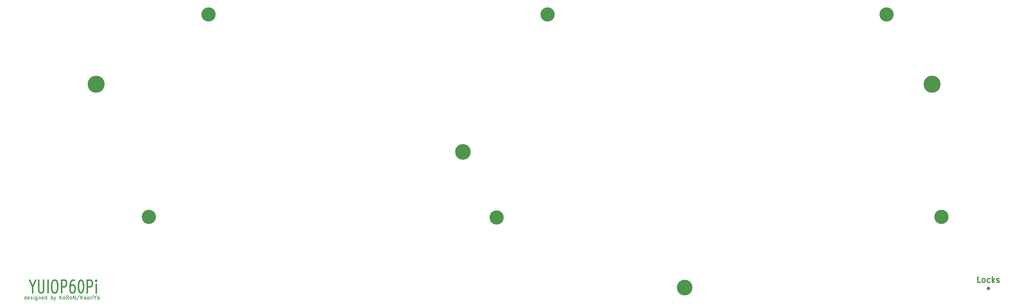
<source format=gbr>
%TF.GenerationSoftware,KiCad,Pcbnew,(5.1.9)-1*%
%TF.CreationDate,2021-10-01T21:54:58+09:00*%
%TF.ProjectId,top,746f702e-6b69-4636-9164-5f7063625858,1*%
%TF.SameCoordinates,Original*%
%TF.FileFunction,Soldermask,Top*%
%TF.FilePolarity,Negative*%
%FSLAX46Y46*%
G04 Gerber Fmt 4.6, Leading zero omitted, Abs format (unit mm)*
G04 Created by KiCad (PCBNEW (5.1.9)-1) date 2021-10-01 21:54:58*
%MOMM*%
%LPD*%
G01*
G04 APERTURE LIST*
%ADD10C,0.150000*%
%ADD11C,0.400000*%
%ADD12C,0.300000*%
%ADD13C,1.000000*%
%ADD14C,4.000000*%
%ADD15C,4.400000*%
%ADD16C,4.800000*%
G04 APERTURE END LIST*
D10*
X75576190Y-188452380D02*
X75576190Y-187452380D01*
X75576190Y-188404761D02*
X75480952Y-188452380D01*
X75290476Y-188452380D01*
X75195238Y-188404761D01*
X75147619Y-188357142D01*
X75100000Y-188261904D01*
X75100000Y-187976190D01*
X75147619Y-187880952D01*
X75195238Y-187833333D01*
X75290476Y-187785714D01*
X75480952Y-187785714D01*
X75576190Y-187833333D01*
X76433333Y-188404761D02*
X76338095Y-188452380D01*
X76147619Y-188452380D01*
X76052380Y-188404761D01*
X76004761Y-188309523D01*
X76004761Y-187928571D01*
X76052380Y-187833333D01*
X76147619Y-187785714D01*
X76338095Y-187785714D01*
X76433333Y-187833333D01*
X76480952Y-187928571D01*
X76480952Y-188023809D01*
X76004761Y-188119047D01*
X76861904Y-188404761D02*
X76957142Y-188452380D01*
X77147619Y-188452380D01*
X77242857Y-188404761D01*
X77290476Y-188309523D01*
X77290476Y-188261904D01*
X77242857Y-188166666D01*
X77147619Y-188119047D01*
X77004761Y-188119047D01*
X76909523Y-188071428D01*
X76861904Y-187976190D01*
X76861904Y-187928571D01*
X76909523Y-187833333D01*
X77004761Y-187785714D01*
X77147619Y-187785714D01*
X77242857Y-187833333D01*
X77719047Y-188452380D02*
X77719047Y-187785714D01*
X77719047Y-187452380D02*
X77671428Y-187500000D01*
X77719047Y-187547619D01*
X77766666Y-187500000D01*
X77719047Y-187452380D01*
X77719047Y-187547619D01*
X78623809Y-187785714D02*
X78623809Y-188595238D01*
X78576190Y-188690476D01*
X78528571Y-188738095D01*
X78433333Y-188785714D01*
X78290476Y-188785714D01*
X78195238Y-188738095D01*
X78623809Y-188404761D02*
X78528571Y-188452380D01*
X78338095Y-188452380D01*
X78242857Y-188404761D01*
X78195238Y-188357142D01*
X78147619Y-188261904D01*
X78147619Y-187976190D01*
X78195238Y-187880952D01*
X78242857Y-187833333D01*
X78338095Y-187785714D01*
X78528571Y-187785714D01*
X78623809Y-187833333D01*
X79100000Y-187785714D02*
X79100000Y-188452380D01*
X79100000Y-187880952D02*
X79147619Y-187833333D01*
X79242857Y-187785714D01*
X79385714Y-187785714D01*
X79480952Y-187833333D01*
X79528571Y-187928571D01*
X79528571Y-188452380D01*
X80385714Y-188404761D02*
X80290476Y-188452380D01*
X80100000Y-188452380D01*
X80004761Y-188404761D01*
X79957142Y-188309523D01*
X79957142Y-187928571D01*
X80004761Y-187833333D01*
X80100000Y-187785714D01*
X80290476Y-187785714D01*
X80385714Y-187833333D01*
X80433333Y-187928571D01*
X80433333Y-188023809D01*
X79957142Y-188119047D01*
X81290476Y-188452380D02*
X81290476Y-187452380D01*
X81290476Y-188404761D02*
X81195238Y-188452380D01*
X81004761Y-188452380D01*
X80909523Y-188404761D01*
X80861904Y-188357142D01*
X80814285Y-188261904D01*
X80814285Y-187976190D01*
X80861904Y-187880952D01*
X80909523Y-187833333D01*
X81004761Y-187785714D01*
X81195238Y-187785714D01*
X81290476Y-187833333D01*
X82528571Y-188452380D02*
X82528571Y-187452380D01*
X82528571Y-187833333D02*
X82623809Y-187785714D01*
X82814285Y-187785714D01*
X82909523Y-187833333D01*
X82957142Y-187880952D01*
X83004761Y-187976190D01*
X83004761Y-188261904D01*
X82957142Y-188357142D01*
X82909523Y-188404761D01*
X82814285Y-188452380D01*
X82623809Y-188452380D01*
X82528571Y-188404761D01*
X83338095Y-187785714D02*
X83576190Y-188452380D01*
X83814285Y-187785714D02*
X83576190Y-188452380D01*
X83480952Y-188690476D01*
X83433333Y-188738095D01*
X83338095Y-188785714D01*
X84957142Y-188452380D02*
X84957142Y-187452380D01*
X85528571Y-188452380D02*
X85100000Y-187880952D01*
X85528571Y-187452380D02*
X84957142Y-188023809D01*
X86100000Y-188452380D02*
X86004761Y-188404761D01*
X85957142Y-188357142D01*
X85909523Y-188261904D01*
X85909523Y-187976190D01*
X85957142Y-187880952D01*
X86004761Y-187833333D01*
X86100000Y-187785714D01*
X86242857Y-187785714D01*
X86338095Y-187833333D01*
X86385714Y-187880952D01*
X86433333Y-187976190D01*
X86433333Y-188261904D01*
X86385714Y-188357142D01*
X86338095Y-188404761D01*
X86242857Y-188452380D01*
X86100000Y-188452380D01*
X87433333Y-188452380D02*
X87100000Y-187976190D01*
X86861904Y-188452380D02*
X86861904Y-187452380D01*
X87242857Y-187452380D01*
X87338095Y-187500000D01*
X87385714Y-187547619D01*
X87433333Y-187642857D01*
X87433333Y-187785714D01*
X87385714Y-187880952D01*
X87338095Y-187928571D01*
X87242857Y-187976190D01*
X86861904Y-187976190D01*
X88004761Y-188452380D02*
X87909523Y-188404761D01*
X87861904Y-188357142D01*
X87814285Y-188261904D01*
X87814285Y-187976190D01*
X87861904Y-187880952D01*
X87909523Y-187833333D01*
X88004761Y-187785714D01*
X88147619Y-187785714D01*
X88242857Y-187833333D01*
X88290476Y-187880952D01*
X88338095Y-187976190D01*
X88338095Y-188261904D01*
X88290476Y-188357142D01*
X88242857Y-188404761D01*
X88147619Y-188452380D01*
X88004761Y-188452380D01*
X88766666Y-188452380D02*
X88766666Y-187452380D01*
X89338095Y-188452380D01*
X89338095Y-187452380D01*
X90528571Y-187404761D02*
X89671428Y-188690476D01*
X90861904Y-188452380D02*
X90861904Y-187452380D01*
X91433333Y-188452380D02*
X91004761Y-187880952D01*
X91433333Y-187452380D02*
X90861904Y-188023809D01*
X92290476Y-188452380D02*
X92290476Y-187928571D01*
X92242857Y-187833333D01*
X92147619Y-187785714D01*
X91957142Y-187785714D01*
X91861904Y-187833333D01*
X92290476Y-188404761D02*
X92195238Y-188452380D01*
X91957142Y-188452380D01*
X91861904Y-188404761D01*
X91814285Y-188309523D01*
X91814285Y-188214285D01*
X91861904Y-188119047D01*
X91957142Y-188071428D01*
X92195238Y-188071428D01*
X92290476Y-188023809D01*
X92909523Y-188452380D02*
X92814285Y-188404761D01*
X92766666Y-188357142D01*
X92719047Y-188261904D01*
X92719047Y-187976190D01*
X92766666Y-187880952D01*
X92814285Y-187833333D01*
X92909523Y-187785714D01*
X93052380Y-187785714D01*
X93147619Y-187833333D01*
X93195238Y-187880952D01*
X93242857Y-187976190D01*
X93242857Y-188261904D01*
X93195238Y-188357142D01*
X93147619Y-188404761D01*
X93052380Y-188452380D01*
X92909523Y-188452380D01*
X93671428Y-188452380D02*
X93671428Y-187785714D01*
X93671428Y-187976190D02*
X93719047Y-187880952D01*
X93766666Y-187833333D01*
X93861904Y-187785714D01*
X93957142Y-187785714D01*
X94290476Y-188452380D02*
X94290476Y-187785714D01*
X94290476Y-187452380D02*
X94242857Y-187500000D01*
X94290476Y-187547619D01*
X94338095Y-187500000D01*
X94290476Y-187452380D01*
X94290476Y-187547619D01*
X94957142Y-187976190D02*
X94957142Y-188452380D01*
X94623809Y-187452380D02*
X94957142Y-187976190D01*
X95290476Y-187452380D01*
X96052380Y-188452380D02*
X96052380Y-187928571D01*
X96004761Y-187833333D01*
X95909523Y-187785714D01*
X95719047Y-187785714D01*
X95623809Y-187833333D01*
X96052380Y-188404761D02*
X95957142Y-188452380D01*
X95719047Y-188452380D01*
X95623809Y-188404761D01*
X95576190Y-188309523D01*
X95576190Y-188214285D01*
X95623809Y-188119047D01*
X95719047Y-188071428D01*
X95957142Y-188071428D01*
X96052380Y-188023809D01*
D11*
X77309523Y-184916666D02*
X77309523Y-186583333D01*
X76476190Y-183083333D02*
X77309523Y-184916666D01*
X78142857Y-183083333D01*
X78976190Y-183083333D02*
X78976190Y-185916666D01*
X79095238Y-186250000D01*
X79214285Y-186416666D01*
X79452380Y-186583333D01*
X79928571Y-186583333D01*
X80166666Y-186416666D01*
X80285714Y-186250000D01*
X80404761Y-185916666D01*
X80404761Y-183083333D01*
X81595238Y-186583333D02*
X81595238Y-183083333D01*
X83261904Y-183083333D02*
X83738095Y-183083333D01*
X83976190Y-183250000D01*
X84214285Y-183583333D01*
X84333333Y-184250000D01*
X84333333Y-185416666D01*
X84214285Y-186083333D01*
X83976190Y-186416666D01*
X83738095Y-186583333D01*
X83261904Y-186583333D01*
X83023809Y-186416666D01*
X82785714Y-186083333D01*
X82666666Y-185416666D01*
X82666666Y-184250000D01*
X82785714Y-183583333D01*
X83023809Y-183250000D01*
X83261904Y-183083333D01*
X85404761Y-186583333D02*
X85404761Y-183083333D01*
X86357142Y-183083333D01*
X86595238Y-183250000D01*
X86714285Y-183416666D01*
X86833333Y-183750000D01*
X86833333Y-184250000D01*
X86714285Y-184583333D01*
X86595238Y-184750000D01*
X86357142Y-184916666D01*
X85404761Y-184916666D01*
X88976190Y-183083333D02*
X88500000Y-183083333D01*
X88261904Y-183250000D01*
X88142857Y-183416666D01*
X87904761Y-183916666D01*
X87785714Y-184583333D01*
X87785714Y-185916666D01*
X87904761Y-186250000D01*
X88023809Y-186416666D01*
X88261904Y-186583333D01*
X88738095Y-186583333D01*
X88976190Y-186416666D01*
X89095238Y-186250000D01*
X89214285Y-185916666D01*
X89214285Y-185083333D01*
X89095238Y-184750000D01*
X88976190Y-184583333D01*
X88738095Y-184416666D01*
X88261904Y-184416666D01*
X88023809Y-184583333D01*
X87904761Y-184750000D01*
X87785714Y-185083333D01*
X90761904Y-183083333D02*
X91000000Y-183083333D01*
X91238095Y-183250000D01*
X91357142Y-183416666D01*
X91476190Y-183750000D01*
X91595238Y-184416666D01*
X91595238Y-185250000D01*
X91476190Y-185916666D01*
X91357142Y-186250000D01*
X91238095Y-186416666D01*
X91000000Y-186583333D01*
X90761904Y-186583333D01*
X90523809Y-186416666D01*
X90404761Y-186250000D01*
X90285714Y-185916666D01*
X90166666Y-185250000D01*
X90166666Y-184416666D01*
X90285714Y-183750000D01*
X90404761Y-183416666D01*
X90523809Y-183250000D01*
X90761904Y-183083333D01*
X92666666Y-186583333D02*
X92666666Y-183083333D01*
X93619047Y-183083333D01*
X93857142Y-183250000D01*
X93976190Y-183416666D01*
X94095238Y-183750000D01*
X94095238Y-184250000D01*
X93976190Y-184583333D01*
X93857142Y-184750000D01*
X93619047Y-184916666D01*
X92666666Y-184916666D01*
X95166666Y-186583333D02*
X95166666Y-184250000D01*
X95166666Y-183083333D02*
X95047619Y-183250000D01*
X95166666Y-183416666D01*
X95285714Y-183250000D01*
X95166666Y-183083333D01*
X95166666Y-183416666D01*
%TO.C,Locks*%
D12*
X343641476Y-183723809D02*
X342879571Y-183723809D01*
X342879571Y-182123809D01*
X344403380Y-183723809D02*
X344251000Y-183647619D01*
X344174809Y-183571428D01*
X344098619Y-183419047D01*
X344098619Y-182961904D01*
X344174809Y-182809523D01*
X344251000Y-182733333D01*
X344403380Y-182657142D01*
X344631952Y-182657142D01*
X344784333Y-182733333D01*
X344860523Y-182809523D01*
X344936714Y-182961904D01*
X344936714Y-183419047D01*
X344860523Y-183571428D01*
X344784333Y-183647619D01*
X344631952Y-183723809D01*
X344403380Y-183723809D01*
X346308142Y-183647619D02*
X346155761Y-183723809D01*
X345851000Y-183723809D01*
X345698619Y-183647619D01*
X345622428Y-183571428D01*
X345546238Y-183419047D01*
X345546238Y-182961904D01*
X345622428Y-182809523D01*
X345698619Y-182733333D01*
X345851000Y-182657142D01*
X346155761Y-182657142D01*
X346308142Y-182733333D01*
X346993857Y-183723809D02*
X346993857Y-182123809D01*
X347146238Y-183114285D02*
X347603380Y-183723809D01*
X347603380Y-182657142D02*
X346993857Y-183266666D01*
X348212904Y-183647619D02*
X348365285Y-183723809D01*
X348670047Y-183723809D01*
X348822428Y-183647619D01*
X348898619Y-183495238D01*
X348898619Y-183419047D01*
X348822428Y-183266666D01*
X348670047Y-183190476D01*
X348441476Y-183190476D01*
X348289095Y-183114285D01*
X348212904Y-182961904D01*
X348212904Y-182885714D01*
X348289095Y-182733333D01*
X348441476Y-182657142D01*
X348670047Y-182657142D01*
X348822428Y-182733333D01*
%TD*%
D13*
%TO.C,Locks*%
X345851000Y-185410000D03*
%TD*%
D14*
%TO.C,HOLE7*%
X126775000Y-108300000D03*
%TD*%
%TO.C,HOLE8*%
X110000000Y-165300000D03*
%TD*%
%TO.C,HOLE9*%
X317275000Y-108300000D03*
%TD*%
%TO.C,HOLE10*%
X332650000Y-165300000D03*
%TD*%
%TO.C,HOLE11*%
X222025000Y-108300000D03*
%TD*%
%TO.C,HOLE12*%
X207738000Y-165400000D03*
%TD*%
D15*
%TO.C,HOLE4*%
X260500000Y-185200000D03*
%TD*%
%TO.C,HOLE3*%
X198200000Y-147000000D03*
%TD*%
D16*
%TO.C,HOLE2*%
X330050000Y-127910000D03*
%TD*%
%TO.C,HOLE1*%
X95200000Y-127900000D03*
%TD*%
M02*

</source>
